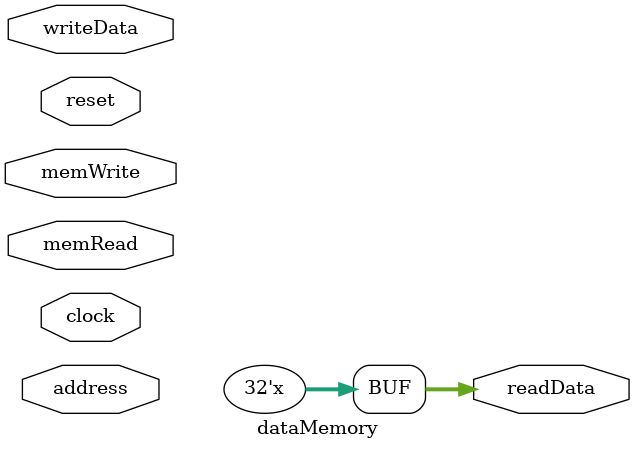
<source format=v>
`timescale 1ns/100ps
module dataMemory(
    input clock, reset,
    input [31:0] address, writeData,
    input memRead, memWrite,
    output reg [31:0] readData
);

    reg [31:0] memory [0:511];
    reg [31:0] temp;

    always @(*) 
        begin
            temp <= memory[address >> 2];
            if (memWrite) begin
                if (address % 2 == 0)
                    memory[address] <= {writeData[15:0], {temp[31:15]}};
                else
                    memory[address] <= {writeData[15:0], {temp[15:0]}};
            end
            if (memRead) begin
                //se o bit de sinal (bit 15) for 1, isto significa que o número é negativo. 
                //portanto, a expressão retorna 16 bits todos em 1 (extensão de sinal para negativo).
                //se o bit de sinal for 0, isto significa que o número é positivo ou zero. 
                //portanto, a expressão retorna 16'b0, que são 16 bits todos em 0 (extensão de sinal para positivo).
                if (address % 2 == 0)
                    readData <= {{16{temp[31]}}, {temp[31:15]}};
                else
                    readData <= {{16{temp[15]}}, {temp[15:0]}};
            end
        end
endmodule


</source>
